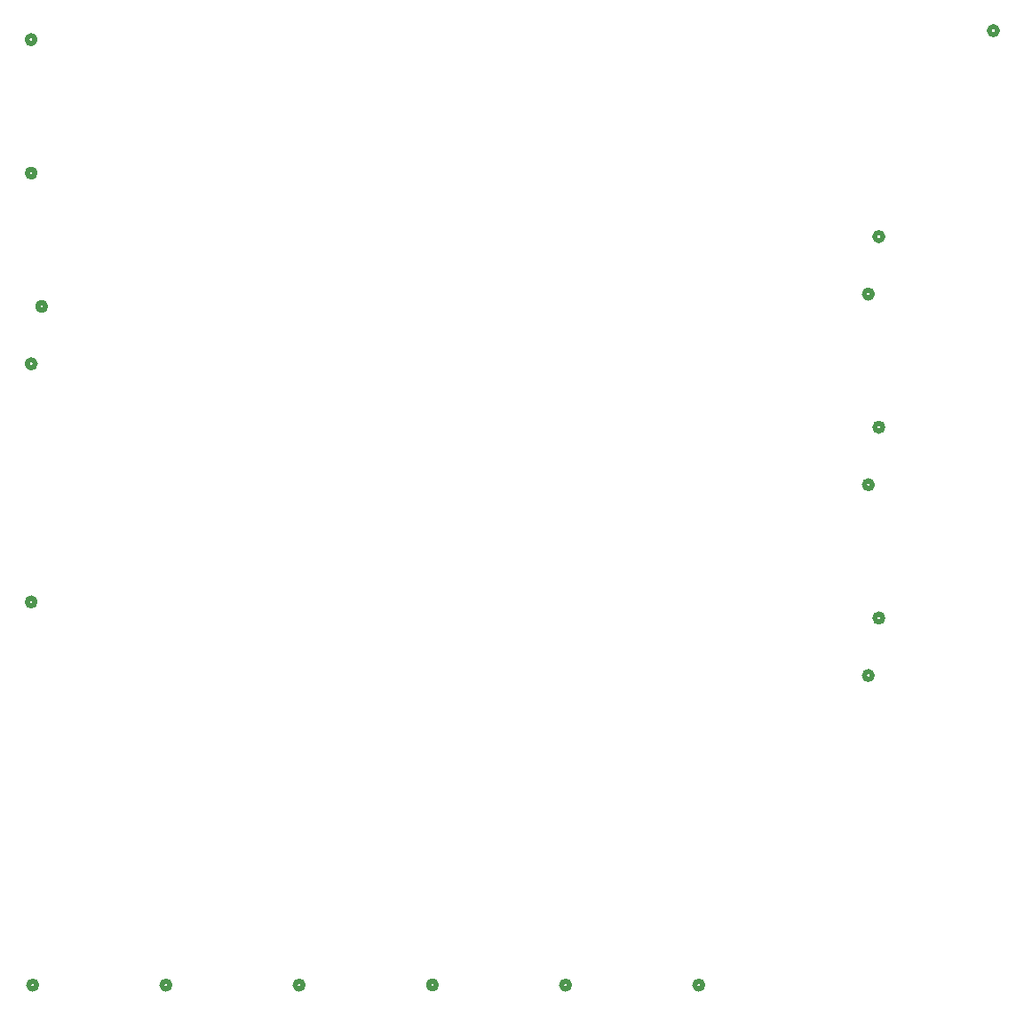
<source format=gbr>
%TF.GenerationSoftware,KiCad,Pcbnew,7.0.9*%
%TF.CreationDate,2023-12-24T19:55:43+02:00*%
%TF.ProjectId,kikad_project,6b696b61-645f-4707-926f-6a6563742e6b,rev?*%
%TF.SameCoordinates,Original*%
%TF.FileFunction,Legend,Bot*%
%TF.FilePolarity,Positive*%
%FSLAX46Y46*%
G04 Gerber Fmt 4.6, Leading zero omitted, Abs format (unit mm)*
G04 Created by KiCad (PCBNEW 7.0.9) date 2023-12-24 19:55:43*
%MOMM*%
%LPD*%
G01*
G04 APERTURE LIST*
%ADD10C,0.508000*%
G04 APERTURE END LIST*
D10*
%TO.C,J9*%
X22846000Y-100500000D02*
G75*
G03*
X22846000Y-100500000I-381000J0D01*
G01*
%TO.C,J7*%
X90811001Y-47313301D02*
G75*
G03*
X90811001Y-47313301I-381000J0D01*
G01*
%TO.C,J16*%
X90811001Y-65503301D02*
G75*
G03*
X90811001Y-65503301I-381000J0D01*
G01*
%TO.C,J11*%
X10001000Y-41268599D02*
G75*
G03*
X10001000Y-41268599I-381000J0D01*
G01*
%TO.C,J17*%
X89811000Y-70983300D02*
G75*
G03*
X89811000Y-70983300I-381000J0D01*
G01*
%TO.C,J10*%
X10001000Y-63970500D02*
G75*
G03*
X10001000Y-63970500I-381000J0D01*
G01*
%TO.C,J6*%
X10146000Y-100500000D02*
G75*
G03*
X10146000Y-100500000I-381000J0D01*
G01*
%TO.C,J2*%
X101726000Y-9510000D02*
G75*
G03*
X101726000Y-9510000I-381000J0D01*
G01*
%TO.C,J14*%
X10001000Y-23085000D02*
G75*
G03*
X10001000Y-23085000I-381000J0D01*
G01*
%TO.C,J1*%
X73646000Y-100500000D02*
G75*
G03*
X73646000Y-100500000I-381000J0D01*
G01*
%TO.C,J8*%
X89811000Y-52793300D02*
G75*
G03*
X89811000Y-52793300I-381000J0D01*
G01*
%TO.C,J3*%
X48256000Y-100480000D02*
G75*
G03*
X48256000Y-100480000I-381000J0D01*
G01*
%TO.C,J15*%
X60946000Y-100500000D02*
G75*
G03*
X60946000Y-100500000I-381000J0D01*
G01*
%TO.C,J4*%
X90811001Y-29140101D02*
G75*
G03*
X90811001Y-29140101I-381000J0D01*
G01*
%TO.C,J12*%
X11001001Y-35795000D02*
G75*
G03*
X11001001Y-35795000I-381000J0D01*
G01*
%TO.C,J5*%
X89811000Y-34623300D02*
G75*
G03*
X89811000Y-34623300I-381000J0D01*
G01*
%TO.C,J13*%
X9991000Y-10365000D02*
G75*
G03*
X9991000Y-10365000I-381000J0D01*
G01*
%TO.C,J18*%
X35546000Y-100500000D02*
G75*
G03*
X35546000Y-100500000I-381000J0D01*
G01*
%TD*%
M02*

</source>
